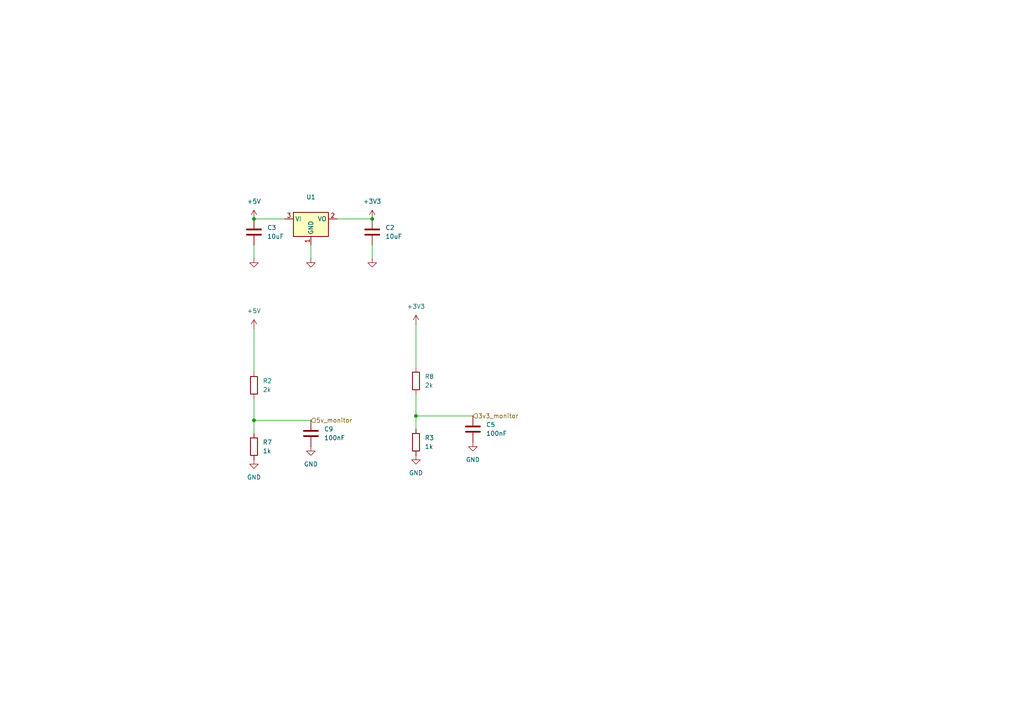
<source format=kicad_sch>
(kicad_sch (version 20250114) (generator "eeschema") (generator_version "9.0")
  (paper "A4")
  (lib_symbols
    (symbol "Device:C" (pin_numbers (hide yes)) (pin_names (offset 0.254))
      (property "Reference" "C" (at 0.635 2.54 0))
      (property "Value" "C" (at 0.635 -2.54 0))
      (symbol "C_0_1"
        (polyline (pts (xy -2.032 0.762) (xy 2.032 0.762)) (stroke (width 0.508)))
        (polyline (pts (xy -2.032 -0.762) (xy 2.032 -0.762)) (stroke (width 0.508)))
      )
      (symbol "C_1_1"
        (pin passive line (at 0 3.81 270) (length 2.794) (name "~") (number "1"))
        (pin passive line (at 0 -3.81 90) (length 2.794) (name "~") (number "2"))
      )
    )
    (symbol "Device:R" (pin_numbers (hide yes)) (pin_names (offset 0))
      (property "Reference" "R" (at 2.032 0 90))
      (property "Value" "R" (at 0 0 90))
      (symbol "R_0_1"
        (rectangle (start -1.016 -2.54) (end 1.016 2.54) (stroke (width 0.254)))
      )
      (symbol "R_1_1"
        (pin passive line (at 0 3.81 270) (length 1.27) (name "~") (number "1"))
        (pin passive line (at 0 -3.81 90) (length 1.27) (name "~") (number "2"))
      )
    )
    (symbol "Regulator_Linear:NCP1117-3.3_SOT223"
      (property "Reference" "U" (at -3.81 3.175 0))
      (property "Value" "NCP1117-3.3_SOT223" (at 0 3.175 0))
      (symbol "NCP1117-3.3_SOT223_0_1"
        (rectangle (start -5.08 -5.08) (end 5.08 1.905) (stroke (width 0.254)) (fill (type background)))
      )
      (symbol "NCP1117-3.3_SOT223_1_1"
        (pin power_in line (at -7.62 0 0) (length 2.54) (name "VI") (number "3"))
        (pin power_in line (at 0 -7.62 90) (length 2.54) (name "GND") (number "1"))
        (pin power_out line (at 7.62 0 180) (length 2.54) (name "VO") (number "2"))
      )
    )
    (symbol "power:+3V3" (power) (pin_numbers (hide yes)) (pin_names (offset 0) (hide yes))
      (property "Value" "+3V3" (at 0 3.556 0))
      (symbol "+3V3_0_1"
        (polyline (pts (xy -0.762 1.27) (xy 0 2.54)))
        (polyline (pts (xy 0 2.54) (xy 0.762 1.27)))
        (polyline (pts (xy 0 0) (xy 0 2.54)))
      )
      (symbol "+3V3_1_1"
        (pin power_in line (at 0 0 90) (length 0) (name "~") (number "1"))
      )
    )
    (symbol "power:+5V" (power) (pin_numbers (hide yes)) (pin_names (offset 0) (hide yes))
      (property "Value" "+5V" (at 0 3.556 0))
      (symbol "+5V_0_1"
        (polyline (pts (xy -0.762 1.27) (xy 0 2.54)))
        (polyline (pts (xy 0 2.54) (xy 0.762 1.27)))
        (polyline (pts (xy 0 0) (xy 0 2.54)))
      )
      (symbol "+5V_1_1"
        (pin power_in line (at 0 0 90) (length 0) (name "~") (number "1"))
      )
    )
    (symbol "power:GND" (power) (pin_numbers (hide yes)) (pin_names (offset 0) (hide yes))
      (property "Value" "GND" (at 0 -3.81 0))
      (symbol "GND_0_1"
        (polyline (pts (xy 0 0) (xy 0 -1.27) (xy 1.27 -1.27) (xy 0 -2.54) (xy -1.27 -1.27) (xy 0 -1.27)))
      )
      (symbol "GND_1_1"
        (pin power_in line (at 0 0 270) (length 0) (name "~") (number "1"))
      )
    )
  )
  (junction (at 120.65 120.65))
  (junction (at 107.95 63.5))
  (junction (at 73.66 63.5))
  (junction (at 73.66 121.92))
  (wire (pts (xy 120.65 93.98) (xy 120.65 106.68)))
  (wire (pts (xy 73.66 74.93) (xy 73.66 71.12)))
  (wire (pts (xy 107.95 74.93) (xy 107.95 71.12)))
  (wire (pts (xy 120.65 120.65) (xy 137.16 120.65)))
  (wire (pts (xy 73.66 121.92) (xy 90.17 121.92)))
  (wire (pts (xy 73.66 63.5) (xy 82.55 63.5)))
  (wire (pts (xy 73.66 115.57) (xy 73.66 121.92)))
  (wire (pts (xy 97.79 63.5) (xy 107.95 63.5)))
  (wire (pts (xy 120.65 120.65) (xy 120.65 124.46)))
  (wire (pts (xy 120.65 114.3) (xy 120.65 120.65)))
  (wire (pts (xy 73.66 121.92) (xy 73.66 125.73)))
  (wire (pts (xy 73.66 95.25) (xy 73.66 107.95)))
  (wire (pts (xy 90.17 74.93) (xy 90.17 71.12)))
  (hierarchical_label "3v3_monitor" (shape input) (at 137.16 120.65 0))
  (hierarchical_label "5v_monitor" (shape input) (at 90.17 121.92 0))
  (symbol (lib_id "power:+3V3") (at 120.65 93.98 0) (unit 1)
    (property "Reference" "#PWR029" (effects (hide yes)))
    (property "Value" "+3V3" (at 120.65 88.9 0))
    (property "Description" "Power symbol creates a global label with name \"+3V3\"" (effects (hide yes)))
  )
  (symbol (lib_id "power:GND") (at 73.66 74.93 0) (unit 1)
    (property "Reference" "#PWR012" (effects (hide yes)))
    (property "Value" "GND" (effects (hide yes)))
    (property "Description" "Power symbol creates a global label with name \"GND\" , ground" (effects (hide yes)))
  )
  (symbol (lib_id "power:GND") (at 73.66 133.35 0) (unit 1)
    (property "Reference" "#PWR024" (effects (hide yes)))
    (property "Value" "GND" (at 73.66 138.43 0))
    (property "Description" "Power symbol creates a global label with name \"GND\" , ground" (effects (hide yes)))
  )
  (symbol (lib_id "power:GND") (at 137.16 128.27 0) (unit 1)
    (property "Reference" "#PWR031" (effects (hide yes)))
    (property "Value" "GND" (at 137.16 133.35 0))
    (property "Description" "Power symbol creates a global label with name \"GND\" , ground" (effects (hide yes)))
  )
  (symbol (lib_id "power:GND") (at 107.95 74.93 0) (unit 1)
    (property "Reference" "#PWR09" (effects (hide yes)))
    (property "Value" "GND" (effects (hide yes)))
    (property "Description" "Power symbol creates a global label with name \"GND\" , ground" (effects (hide yes)))
  )
  (symbol (lib_id "Regulator_Linear:NCP1117-3.3_SOT223") (at 90.17 63.5 0) (unit 1)
    (property "Reference" "U1" (at 90.17 57.15 0))
    (property "Value" "NCP1117-3.3_SOT223" (effects (hide yes)))
    (property "Footprint" "Package_TO_SOT_SMD:SOT-223-3_TabPin2" (effects (hide yes)))
    (property "Datasheet" "http://www.onsemi.com/pub_link/Collateral/NCP1117-D.PDF" (effects (hide yes)))
    (property "Description" "1A Low drop-out regulator, Fixed Output 3.3V, SOT-223" (effects (hide yes)))
  )
  (symbol (lib_id "Device:C") (at 107.95 67.31 0) (unit 1)
    (property "Reference" "C2" (at 111.76 66.0399 0) (effects (justify left)))
    (property "Value" "10uF" (at 111.76 68.5799 0) (effects (justify left)))
    (property "Footprint" "Capacitor_SMD:C_0603_1608Metric" (effects (hide yes)))
    (property "Description" "Unpolarized capacitor" (effects (hide yes)))
  )
  (symbol (lib_id "Device:R") (at 73.66 111.76 0) (unit 1)
    (property "Reference" "R2" (at 76.2 110.4899 0) (effects (justify left)))
    (property "Value" "2k" (at 76.2 113.0299 0) (effects (justify left)))
    (property "Footprint" "Resistor_SMD:R_0603_1608Metric" (effects (hide yes)))
    (property "Description" "Resistor" (effects (hide yes)))
  )
  (symbol (lib_id "Device:C") (at 73.66 67.31 0) (unit 1)
    (property "Reference" "C3" (at 77.47 66.0399 0) (effects (justify left)))
    (property "Value" "10uF" (at 77.47 68.5799 0) (effects (justify left)))
    (property "Footprint" "Capacitor_SMD:C_0603_1608Metric" (effects (hide yes)))
    (property "Description" "Unpolarized capacitor" (effects (hide yes)))
  )
  (symbol (lib_id "Device:C") (at 90.17 125.73 0) (unit 1)
    (property "Reference" "C9" (at 93.98 124.4599 0) (effects (justify left)))
    (property "Value" "100nF" (at 93.98 126.9999 0) (effects (justify left)))
    (property "Footprint" "Capacitor_SMD:C_0603_1608Metric" (effects (hide yes)))
    (property "Description" "Unpolarized capacitor" (effects (hide yes)))
  )
  (symbol (lib_id "Device:R") (at 120.65 128.27 0) (unit 1)
    (property "Reference" "R3" (at 123.19 126.9999 0) (effects (justify left)))
    (property "Value" "1k" (at 123.19 129.5399 0) (effects (justify left)))
    (property "Footprint" "Resistor_SMD:R_0603_1608Metric" (effects (hide yes)))
    (property "Description" "Resistor" (effects (hide yes)))
  )
  (symbol (lib_id "power:GND") (at 90.17 129.54 0) (unit 1)
    (property "Reference" "#PWR026" (effects (hide yes)))
    (property "Value" "GND" (at 90.17 134.62 0))
    (property "Description" "Power symbol creates a global label with name \"GND\" , ground" (effects (hide yes)))
  )
  (symbol (lib_id "Device:C") (at 137.16 124.46 0) (unit 1)
    (property "Reference" "C5" (at 140.97 123.1899 0) (effects (justify left)))
    (property "Value" "100nF" (at 140.97 125.7299 0) (effects (justify left)))
    (property "Footprint" "Capacitor_SMD:C_0603_1608Metric" (effects (hide yes)))
    (property "Description" "Unpolarized capacitor" (effects (hide yes)))
  )
  (symbol (lib_id "power:+5V") (at 73.66 63.5 0) (unit 1)
    (property "Reference" "#PWR011" (effects (hide yes)))
    (property "Value" "+5V" (at 73.66 58.42 0))
    (property "Description" "Power symbol creates a global label with name \"+5V\"" (effects (hide yes)))
  )
  (symbol (lib_id "power:+3V3") (at 107.95 63.5 0) (unit 1)
    (property "Reference" "#PWR08" (effects (hide yes)))
    (property "Value" "+3V3" (at 107.95 58.42 0))
    (property "Description" "Power symbol creates a global label with name \"+3V3\"" (effects (hide yes)))
  )
  (symbol (lib_id "Device:R") (at 120.65 110.49 0) (unit 1)
    (property "Reference" "R8" (at 123.19 109.2199 0) (effects (justify left)))
    (property "Value" "2k" (at 123.19 111.7599 0) (effects (justify left)))
    (property "Footprint" "Resistor_SMD:R_0603_1608Metric" (effects (hide yes)))
    (property "Description" "Resistor" (effects (hide yes)))
  )
  (symbol (lib_id "power:+5V") (at 73.66 95.25 0) (unit 1)
    (property "Reference" "#PWR027" (effects (hide yes)))
    (property "Value" "+5V" (at 73.66 90.17 0))
    (property "Description" "Power symbol creates a global label with name \"+5V\"" (effects (hide yes)))
  )
  (symbol (lib_id "power:GND") (at 120.65 132.08 0) (unit 1)
    (property "Reference" "#PWR030" (effects (hide yes)))
    (property "Value" "GND" (at 120.65 137.16 0))
    (property "Description" "Power symbol creates a global label with name \"GND\" , ground" (effects (hide yes)))
  )
  (symbol (lib_id "power:GND") (at 90.17 74.93 0) (unit 1)
    (property "Reference" "#PWR06" (effects (hide yes)))
    (property "Value" "GND" (effects (hide yes)))
    (property "Description" "Power symbol creates a global label with name \"GND\" , ground" (effects (hide yes)))
  )
  (symbol (lib_id "Device:R") (at 73.66 129.54 0) (unit 1)
    (property "Reference" "R7" (at 76.2 128.2699 0) (effects (justify left)))
    (property "Value" "1k" (at 76.2 130.8099 0) (effects (justify left)))
    (property "Footprint" "Resistor_SMD:R_0603_1608Metric" (effects (hide yes)))
    (property "Description" "Resistor" (effects (hide yes)))
  )
)
</source>
